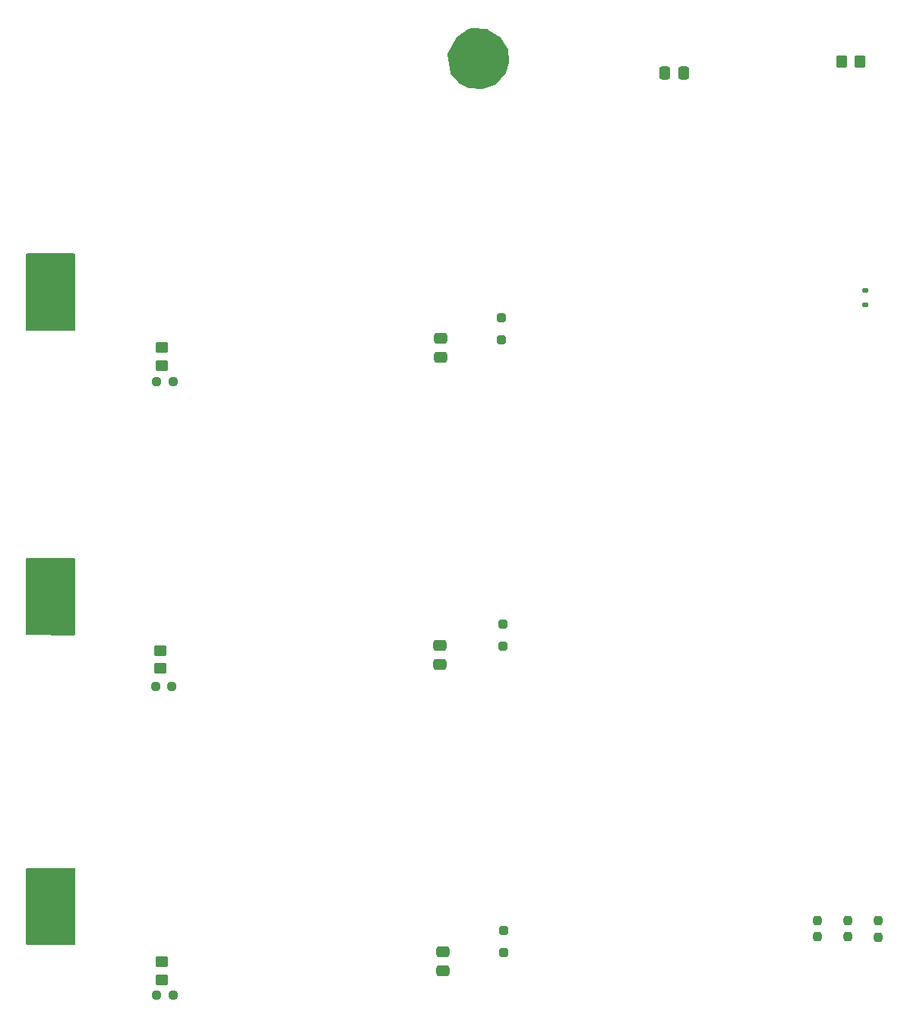
<source format=gbr>
%TF.GenerationSoftware,KiCad,Pcbnew,7.0.9*%
%TF.CreationDate,2024-01-15T08:13:50+05:30*%
%TF.ProjectId,controller_full6,636f6e74-726f-46c6-9c65-725f66756c6c,rev?*%
%TF.SameCoordinates,Original*%
%TF.FileFunction,Paste,Bot*%
%TF.FilePolarity,Positive*%
%FSLAX46Y46*%
G04 Gerber Fmt 4.6, Leading zero omitted, Abs format (unit mm)*
G04 Created by KiCad (PCBNEW 7.0.9) date 2024-01-15 08:13:50*
%MOMM*%
%LPD*%
G01*
G04 APERTURE LIST*
G04 Aperture macros list*
%AMRoundRect*
0 Rectangle with rounded corners*
0 $1 Rounding radius*
0 $2 $3 $4 $5 $6 $7 $8 $9 X,Y pos of 4 corners*
0 Add a 4 corners polygon primitive as box body*
4,1,4,$2,$3,$4,$5,$6,$7,$8,$9,$2,$3,0*
0 Add four circle primitives for the rounded corners*
1,1,$1+$1,$2,$3*
1,1,$1+$1,$4,$5*
1,1,$1+$1,$6,$7*
1,1,$1+$1,$8,$9*
0 Add four rect primitives between the rounded corners*
20,1,$1+$1,$2,$3,$4,$5,0*
20,1,$1+$1,$4,$5,$6,$7,0*
20,1,$1+$1,$6,$7,$8,$9,0*
20,1,$1+$1,$8,$9,$2,$3,0*%
G04 Aperture macros list end*
%ADD10RoundRect,0.250000X0.475000X-0.337500X0.475000X0.337500X-0.475000X0.337500X-0.475000X-0.337500X0*%
%ADD11RoundRect,0.237500X-0.237500X0.250000X-0.237500X-0.250000X0.237500X-0.250000X0.237500X0.250000X0*%
%ADD12RoundRect,0.250000X0.250000X-0.250000X0.250000X0.250000X-0.250000X0.250000X-0.250000X-0.250000X0*%
%ADD13RoundRect,0.237500X0.250000X0.237500X-0.250000X0.237500X-0.250000X-0.237500X0.250000X-0.237500X0*%
%ADD14RoundRect,0.250000X0.450000X-0.350000X0.450000X0.350000X-0.450000X0.350000X-0.450000X-0.350000X0*%
%ADD15RoundRect,0.250000X0.337500X0.475000X-0.337500X0.475000X-0.337500X-0.475000X0.337500X-0.475000X0*%
%ADD16RoundRect,0.140375X-0.200625X0.140375X-0.200625X-0.140375X0.200625X-0.140375X0.200625X0.140375X0*%
%ADD17RoundRect,0.138014X-0.202090X0.138013X-0.202090X-0.138013X0.202090X-0.138013X0.202090X0.138013X0*%
%ADD18RoundRect,0.250000X-0.350000X-0.450000X0.350000X-0.450000X0.350000X0.450000X-0.350000X0.450000X0*%
%ADD19RoundRect,0.250000X-0.475000X0.337500X-0.475000X-0.337500X0.475000X-0.337500X0.475000X0.337500X0*%
G04 APERTURE END LIST*
D10*
%TO.C,C26*%
X177200000Y-99297500D03*
X177200000Y-97222500D03*
%TD*%
D11*
%TO.C,R3*%
X225960000Y-162067500D03*
X225960000Y-163892500D03*
%TD*%
D12*
%TO.C,D6*%
X184160000Y-131497724D03*
X184160000Y-128997724D03*
%TD*%
D13*
%TO.C,R11*%
X147362500Y-170370000D03*
X145537500Y-170370000D03*
%TD*%
D14*
%TO.C,R23*%
X145980000Y-131980000D03*
X145980000Y-133980000D03*
%TD*%
D15*
%TO.C,C43*%
X204257500Y-67680000D03*
X202182500Y-67680000D03*
%TD*%
D16*
%TO.C,Z2*%
X224510000Y-91830000D03*
D17*
X224510000Y-93476778D03*
%TD*%
D11*
%TO.C,R1*%
X219170000Y-162027500D03*
X219170000Y-163852500D03*
%TD*%
D10*
%TO.C,C56*%
X177130000Y-131412500D03*
X177130000Y-133487500D03*
%TD*%
D18*
%TO.C,R21*%
X221920000Y-66360000D03*
X223920000Y-66360000D03*
%TD*%
D14*
%TO.C,R22*%
X146160000Y-168610000D03*
X146160000Y-166610000D03*
%TD*%
D13*
%TO.C,R19*%
X147392500Y-101990000D03*
X145567500Y-101990000D03*
%TD*%
D19*
%TO.C,C57*%
X177482556Y-165559944D03*
X177482556Y-167634944D03*
%TD*%
D12*
%TO.C,D9*%
X183970000Y-97383750D03*
X183970000Y-94883750D03*
%TD*%
%TO.C,D3*%
X184192556Y-165617444D03*
X184192556Y-163117444D03*
%TD*%
D14*
%TO.C,R24*%
X146160000Y-100250000D03*
X146160000Y-98250000D03*
%TD*%
D11*
%TO.C,R2*%
X222610000Y-162010000D03*
X222610000Y-163835000D03*
%TD*%
D13*
%TO.C,R14*%
X147242500Y-135970000D03*
X145417500Y-135970000D03*
%TD*%
G36*
X136423039Y-121679685D02*
G01*
X136468794Y-121732489D01*
X136480000Y-121784000D01*
X136480000Y-130135546D01*
X136460315Y-130202585D01*
X136407511Y-130248340D01*
X136355547Y-130259545D01*
X131123547Y-130240450D01*
X131056580Y-130220521D01*
X131011018Y-130167550D01*
X131000000Y-130116451D01*
X131000000Y-121784000D01*
X131019685Y-121716961D01*
X131072489Y-121671206D01*
X131124000Y-121660000D01*
X136356000Y-121660000D01*
X136423039Y-121679685D01*
G37*
G36*
X136433039Y-156209685D02*
G01*
X136478794Y-156262489D01*
X136490000Y-156314000D01*
X136490000Y-164665546D01*
X136470315Y-164732585D01*
X136417511Y-164778340D01*
X136365547Y-164789545D01*
X131133547Y-164770450D01*
X131066580Y-164750521D01*
X131021018Y-164697550D01*
X131010000Y-164646451D01*
X131010000Y-156314000D01*
X131029685Y-156246961D01*
X131082489Y-156201206D01*
X131134000Y-156190000D01*
X136366000Y-156190000D01*
X136433039Y-156209685D01*
G37*
G36*
X136403039Y-87769685D02*
G01*
X136448794Y-87822489D01*
X136460000Y-87874000D01*
X136460000Y-96225546D01*
X136440315Y-96292585D01*
X136387511Y-96338340D01*
X136335547Y-96349545D01*
X131103547Y-96330450D01*
X131036580Y-96310521D01*
X130991018Y-96257550D01*
X130980000Y-96206451D01*
X130980000Y-87874000D01*
X130999685Y-87806961D01*
X131052489Y-87761206D01*
X131104000Y-87750000D01*
X136336000Y-87750000D01*
X136403039Y-87769685D01*
G37*
G36*
X182429024Y-62758307D02*
G01*
X182486527Y-62776077D01*
X183755510Y-63545157D01*
X183795501Y-63584076D01*
X184703617Y-64994554D01*
X184722818Y-65050133D01*
X184847688Y-66385280D01*
X184842617Y-66433703D01*
X184477453Y-67606069D01*
X184453835Y-67649157D01*
X183410733Y-68885426D01*
X183359938Y-68921402D01*
X181964964Y-69450530D01*
X181913347Y-69458354D01*
X180348938Y-69361786D01*
X180294855Y-69345569D01*
X179188877Y-68710833D01*
X179155940Y-68683383D01*
X178312504Y-67686596D01*
X178284640Y-67625571D01*
X177966357Y-65580845D01*
X177975496Y-65511576D01*
X177979420Y-65503512D01*
X178936698Y-63704990D01*
X178972830Y-63663257D01*
X180132373Y-62812926D01*
X180170982Y-62793880D01*
X180609665Y-62665930D01*
X180651151Y-62661155D01*
X182429024Y-62758307D01*
G37*
M02*

</source>
